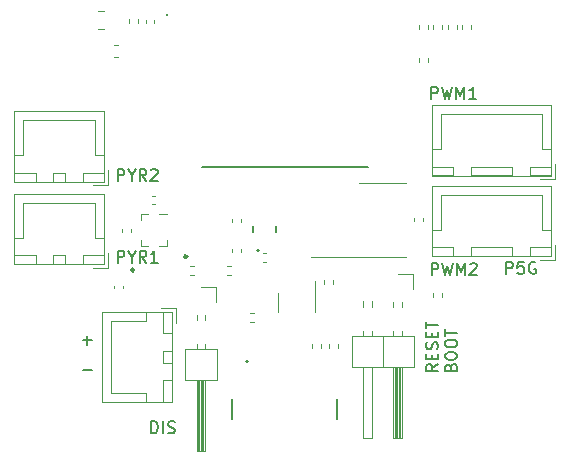
<source format=gbr>
%TF.GenerationSoftware,KiCad,Pcbnew,7.0.6*%
%TF.CreationDate,2023-07-14T02:37:10+02:00*%
%TF.ProjectId,rrr,7272722e-6b69-4636-9164-5f7063625858,rev?*%
%TF.SameCoordinates,Original*%
%TF.FileFunction,Legend,Top*%
%TF.FilePolarity,Positive*%
%FSLAX46Y46*%
G04 Gerber Fmt 4.6, Leading zero omitted, Abs format (unit mm)*
G04 Created by KiCad (PCBNEW 7.0.6) date 2023-07-14 02:37:10*
%MOMM*%
%LPD*%
G01*
G04 APERTURE LIST*
%ADD10C,0.150000*%
%ADD11C,0.153000*%
%ADD12C,0.120000*%
%ADD13C,0.100000*%
%ADD14C,0.250000*%
%ADD15C,0.127000*%
%ADD16C,0.200000*%
G04 APERTURE END LIST*
D10*
X118736779Y-107269819D02*
X118736779Y-106269819D01*
X118736779Y-106269819D02*
X119117731Y-106269819D01*
X119117731Y-106269819D02*
X119212969Y-106317438D01*
X119212969Y-106317438D02*
X119260588Y-106365057D01*
X119260588Y-106365057D02*
X119308207Y-106460295D01*
X119308207Y-106460295D02*
X119308207Y-106603152D01*
X119308207Y-106603152D02*
X119260588Y-106698390D01*
X119260588Y-106698390D02*
X119212969Y-106746009D01*
X119212969Y-106746009D02*
X119117731Y-106793628D01*
X119117731Y-106793628D02*
X118736779Y-106793628D01*
X120212969Y-106269819D02*
X119736779Y-106269819D01*
X119736779Y-106269819D02*
X119689160Y-106746009D01*
X119689160Y-106746009D02*
X119736779Y-106698390D01*
X119736779Y-106698390D02*
X119832017Y-106650771D01*
X119832017Y-106650771D02*
X120070112Y-106650771D01*
X120070112Y-106650771D02*
X120165350Y-106698390D01*
X120165350Y-106698390D02*
X120212969Y-106746009D01*
X120212969Y-106746009D02*
X120260588Y-106841247D01*
X120260588Y-106841247D02*
X120260588Y-107079342D01*
X120260588Y-107079342D02*
X120212969Y-107174580D01*
X120212969Y-107174580D02*
X120165350Y-107222200D01*
X120165350Y-107222200D02*
X120070112Y-107269819D01*
X120070112Y-107269819D02*
X119832017Y-107269819D01*
X119832017Y-107269819D02*
X119736779Y-107222200D01*
X119736779Y-107222200D02*
X119689160Y-107174580D01*
X121212969Y-106317438D02*
X121117731Y-106269819D01*
X121117731Y-106269819D02*
X120974874Y-106269819D01*
X120974874Y-106269819D02*
X120832017Y-106317438D01*
X120832017Y-106317438D02*
X120736779Y-106412676D01*
X120736779Y-106412676D02*
X120689160Y-106507914D01*
X120689160Y-106507914D02*
X120641541Y-106698390D01*
X120641541Y-106698390D02*
X120641541Y-106841247D01*
X120641541Y-106841247D02*
X120689160Y-107031723D01*
X120689160Y-107031723D02*
X120736779Y-107126961D01*
X120736779Y-107126961D02*
X120832017Y-107222200D01*
X120832017Y-107222200D02*
X120974874Y-107269819D01*
X120974874Y-107269819D02*
X121070112Y-107269819D01*
X121070112Y-107269819D02*
X121212969Y-107222200D01*
X121212969Y-107222200D02*
X121260588Y-107174580D01*
X121260588Y-107174580D02*
X121260588Y-106841247D01*
X121260588Y-106841247D02*
X121070112Y-106841247D01*
X112959819Y-114941792D02*
X112483628Y-115275125D01*
X112959819Y-115513220D02*
X111959819Y-115513220D01*
X111959819Y-115513220D02*
X111959819Y-115132268D01*
X111959819Y-115132268D02*
X112007438Y-115037030D01*
X112007438Y-115037030D02*
X112055057Y-114989411D01*
X112055057Y-114989411D02*
X112150295Y-114941792D01*
X112150295Y-114941792D02*
X112293152Y-114941792D01*
X112293152Y-114941792D02*
X112388390Y-114989411D01*
X112388390Y-114989411D02*
X112436009Y-115037030D01*
X112436009Y-115037030D02*
X112483628Y-115132268D01*
X112483628Y-115132268D02*
X112483628Y-115513220D01*
X112436009Y-114513220D02*
X112436009Y-114179887D01*
X112959819Y-114037030D02*
X112959819Y-114513220D01*
X112959819Y-114513220D02*
X111959819Y-114513220D01*
X111959819Y-114513220D02*
X111959819Y-114037030D01*
X112912200Y-113656077D02*
X112959819Y-113513220D01*
X112959819Y-113513220D02*
X112959819Y-113275125D01*
X112959819Y-113275125D02*
X112912200Y-113179887D01*
X112912200Y-113179887D02*
X112864580Y-113132268D01*
X112864580Y-113132268D02*
X112769342Y-113084649D01*
X112769342Y-113084649D02*
X112674104Y-113084649D01*
X112674104Y-113084649D02*
X112578866Y-113132268D01*
X112578866Y-113132268D02*
X112531247Y-113179887D01*
X112531247Y-113179887D02*
X112483628Y-113275125D01*
X112483628Y-113275125D02*
X112436009Y-113465601D01*
X112436009Y-113465601D02*
X112388390Y-113560839D01*
X112388390Y-113560839D02*
X112340771Y-113608458D01*
X112340771Y-113608458D02*
X112245533Y-113656077D01*
X112245533Y-113656077D02*
X112150295Y-113656077D01*
X112150295Y-113656077D02*
X112055057Y-113608458D01*
X112055057Y-113608458D02*
X112007438Y-113560839D01*
X112007438Y-113560839D02*
X111959819Y-113465601D01*
X111959819Y-113465601D02*
X111959819Y-113227506D01*
X111959819Y-113227506D02*
X112007438Y-113084649D01*
X112436009Y-112656077D02*
X112436009Y-112322744D01*
X112959819Y-112179887D02*
X112959819Y-112656077D01*
X112959819Y-112656077D02*
X111959819Y-112656077D01*
X111959819Y-112656077D02*
X111959819Y-112179887D01*
X111959819Y-111894172D02*
X111959819Y-111322744D01*
X112959819Y-111608458D02*
X111959819Y-111608458D01*
X114046009Y-115179887D02*
X114093628Y-115037030D01*
X114093628Y-115037030D02*
X114141247Y-114989411D01*
X114141247Y-114989411D02*
X114236485Y-114941792D01*
X114236485Y-114941792D02*
X114379342Y-114941792D01*
X114379342Y-114941792D02*
X114474580Y-114989411D01*
X114474580Y-114989411D02*
X114522200Y-115037030D01*
X114522200Y-115037030D02*
X114569819Y-115132268D01*
X114569819Y-115132268D02*
X114569819Y-115513220D01*
X114569819Y-115513220D02*
X113569819Y-115513220D01*
X113569819Y-115513220D02*
X113569819Y-115179887D01*
X113569819Y-115179887D02*
X113617438Y-115084649D01*
X113617438Y-115084649D02*
X113665057Y-115037030D01*
X113665057Y-115037030D02*
X113760295Y-114989411D01*
X113760295Y-114989411D02*
X113855533Y-114989411D01*
X113855533Y-114989411D02*
X113950771Y-115037030D01*
X113950771Y-115037030D02*
X113998390Y-115084649D01*
X113998390Y-115084649D02*
X114046009Y-115179887D01*
X114046009Y-115179887D02*
X114046009Y-115513220D01*
X113569819Y-114322744D02*
X113569819Y-114132268D01*
X113569819Y-114132268D02*
X113617438Y-114037030D01*
X113617438Y-114037030D02*
X113712676Y-113941792D01*
X113712676Y-113941792D02*
X113903152Y-113894173D01*
X113903152Y-113894173D02*
X114236485Y-113894173D01*
X114236485Y-113894173D02*
X114426961Y-113941792D01*
X114426961Y-113941792D02*
X114522200Y-114037030D01*
X114522200Y-114037030D02*
X114569819Y-114132268D01*
X114569819Y-114132268D02*
X114569819Y-114322744D01*
X114569819Y-114322744D02*
X114522200Y-114417982D01*
X114522200Y-114417982D02*
X114426961Y-114513220D01*
X114426961Y-114513220D02*
X114236485Y-114560839D01*
X114236485Y-114560839D02*
X113903152Y-114560839D01*
X113903152Y-114560839D02*
X113712676Y-114513220D01*
X113712676Y-114513220D02*
X113617438Y-114417982D01*
X113617438Y-114417982D02*
X113569819Y-114322744D01*
X113569819Y-113275125D02*
X113569819Y-113084649D01*
X113569819Y-113084649D02*
X113617438Y-112989411D01*
X113617438Y-112989411D02*
X113712676Y-112894173D01*
X113712676Y-112894173D02*
X113903152Y-112846554D01*
X113903152Y-112846554D02*
X114236485Y-112846554D01*
X114236485Y-112846554D02*
X114426961Y-112894173D01*
X114426961Y-112894173D02*
X114522200Y-112989411D01*
X114522200Y-112989411D02*
X114569819Y-113084649D01*
X114569819Y-113084649D02*
X114569819Y-113275125D01*
X114569819Y-113275125D02*
X114522200Y-113370363D01*
X114522200Y-113370363D02*
X114426961Y-113465601D01*
X114426961Y-113465601D02*
X114236485Y-113513220D01*
X114236485Y-113513220D02*
X113903152Y-113513220D01*
X113903152Y-113513220D02*
X113712676Y-113465601D01*
X113712676Y-113465601D02*
X113617438Y-113370363D01*
X113617438Y-113370363D02*
X113569819Y-113275125D01*
X113569819Y-112560839D02*
X113569819Y-111989411D01*
X114569819Y-112275125D02*
X113569819Y-112275125D01*
X112436779Y-107369819D02*
X112436779Y-106369819D01*
X112436779Y-106369819D02*
X112817731Y-106369819D01*
X112817731Y-106369819D02*
X112912969Y-106417438D01*
X112912969Y-106417438D02*
X112960588Y-106465057D01*
X112960588Y-106465057D02*
X113008207Y-106560295D01*
X113008207Y-106560295D02*
X113008207Y-106703152D01*
X113008207Y-106703152D02*
X112960588Y-106798390D01*
X112960588Y-106798390D02*
X112912969Y-106846009D01*
X112912969Y-106846009D02*
X112817731Y-106893628D01*
X112817731Y-106893628D02*
X112436779Y-106893628D01*
X113341541Y-106369819D02*
X113579636Y-107369819D01*
X113579636Y-107369819D02*
X113770112Y-106655533D01*
X113770112Y-106655533D02*
X113960588Y-107369819D01*
X113960588Y-107369819D02*
X114198684Y-106369819D01*
X114579636Y-107369819D02*
X114579636Y-106369819D01*
X114579636Y-106369819D02*
X114912969Y-107084104D01*
X114912969Y-107084104D02*
X115246302Y-106369819D01*
X115246302Y-106369819D02*
X115246302Y-107369819D01*
X115674874Y-106465057D02*
X115722493Y-106417438D01*
X115722493Y-106417438D02*
X115817731Y-106369819D01*
X115817731Y-106369819D02*
X116055826Y-106369819D01*
X116055826Y-106369819D02*
X116151064Y-106417438D01*
X116151064Y-106417438D02*
X116198683Y-106465057D01*
X116198683Y-106465057D02*
X116246302Y-106560295D01*
X116246302Y-106560295D02*
X116246302Y-106655533D01*
X116246302Y-106655533D02*
X116198683Y-106798390D01*
X116198683Y-106798390D02*
X115627255Y-107369819D01*
X115627255Y-107369819D02*
X116246302Y-107369819D01*
X85836779Y-99419819D02*
X85836779Y-98419819D01*
X85836779Y-98419819D02*
X86217731Y-98419819D01*
X86217731Y-98419819D02*
X86312969Y-98467438D01*
X86312969Y-98467438D02*
X86360588Y-98515057D01*
X86360588Y-98515057D02*
X86408207Y-98610295D01*
X86408207Y-98610295D02*
X86408207Y-98753152D01*
X86408207Y-98753152D02*
X86360588Y-98848390D01*
X86360588Y-98848390D02*
X86312969Y-98896009D01*
X86312969Y-98896009D02*
X86217731Y-98943628D01*
X86217731Y-98943628D02*
X85836779Y-98943628D01*
X87027255Y-98943628D02*
X87027255Y-99419819D01*
X86693922Y-98419819D02*
X87027255Y-98943628D01*
X87027255Y-98943628D02*
X87360588Y-98419819D01*
X88265350Y-99419819D02*
X87932017Y-98943628D01*
X87693922Y-99419819D02*
X87693922Y-98419819D01*
X87693922Y-98419819D02*
X88074874Y-98419819D01*
X88074874Y-98419819D02*
X88170112Y-98467438D01*
X88170112Y-98467438D02*
X88217731Y-98515057D01*
X88217731Y-98515057D02*
X88265350Y-98610295D01*
X88265350Y-98610295D02*
X88265350Y-98753152D01*
X88265350Y-98753152D02*
X88217731Y-98848390D01*
X88217731Y-98848390D02*
X88170112Y-98896009D01*
X88170112Y-98896009D02*
X88074874Y-98943628D01*
X88074874Y-98943628D02*
X87693922Y-98943628D01*
X88646303Y-98515057D02*
X88693922Y-98467438D01*
X88693922Y-98467438D02*
X88789160Y-98419819D01*
X88789160Y-98419819D02*
X89027255Y-98419819D01*
X89027255Y-98419819D02*
X89122493Y-98467438D01*
X89122493Y-98467438D02*
X89170112Y-98515057D01*
X89170112Y-98515057D02*
X89217731Y-98610295D01*
X89217731Y-98610295D02*
X89217731Y-98705533D01*
X89217731Y-98705533D02*
X89170112Y-98848390D01*
X89170112Y-98848390D02*
X88598684Y-99419819D01*
X88598684Y-99419819D02*
X89217731Y-99419819D01*
X88686779Y-120769819D02*
X88686779Y-119769819D01*
X88686779Y-119769819D02*
X88924874Y-119769819D01*
X88924874Y-119769819D02*
X89067731Y-119817438D01*
X89067731Y-119817438D02*
X89162969Y-119912676D01*
X89162969Y-119912676D02*
X89210588Y-120007914D01*
X89210588Y-120007914D02*
X89258207Y-120198390D01*
X89258207Y-120198390D02*
X89258207Y-120341247D01*
X89258207Y-120341247D02*
X89210588Y-120531723D01*
X89210588Y-120531723D02*
X89162969Y-120626961D01*
X89162969Y-120626961D02*
X89067731Y-120722200D01*
X89067731Y-120722200D02*
X88924874Y-120769819D01*
X88924874Y-120769819D02*
X88686779Y-120769819D01*
X89686779Y-120769819D02*
X89686779Y-119769819D01*
X90115350Y-120722200D02*
X90258207Y-120769819D01*
X90258207Y-120769819D02*
X90496302Y-120769819D01*
X90496302Y-120769819D02*
X90591540Y-120722200D01*
X90591540Y-120722200D02*
X90639159Y-120674580D01*
X90639159Y-120674580D02*
X90686778Y-120579342D01*
X90686778Y-120579342D02*
X90686778Y-120484104D01*
X90686778Y-120484104D02*
X90639159Y-120388866D01*
X90639159Y-120388866D02*
X90591540Y-120341247D01*
X90591540Y-120341247D02*
X90496302Y-120293628D01*
X90496302Y-120293628D02*
X90305826Y-120246009D01*
X90305826Y-120246009D02*
X90210588Y-120198390D01*
X90210588Y-120198390D02*
X90162969Y-120150771D01*
X90162969Y-120150771D02*
X90115350Y-120055533D01*
X90115350Y-120055533D02*
X90115350Y-119960295D01*
X90115350Y-119960295D02*
X90162969Y-119865057D01*
X90162969Y-119865057D02*
X90210588Y-119817438D01*
X90210588Y-119817438D02*
X90305826Y-119769819D01*
X90305826Y-119769819D02*
X90543921Y-119769819D01*
X90543921Y-119769819D02*
X90686778Y-119817438D01*
X112386779Y-92469819D02*
X112386779Y-91469819D01*
X112386779Y-91469819D02*
X112767731Y-91469819D01*
X112767731Y-91469819D02*
X112862969Y-91517438D01*
X112862969Y-91517438D02*
X112910588Y-91565057D01*
X112910588Y-91565057D02*
X112958207Y-91660295D01*
X112958207Y-91660295D02*
X112958207Y-91803152D01*
X112958207Y-91803152D02*
X112910588Y-91898390D01*
X112910588Y-91898390D02*
X112862969Y-91946009D01*
X112862969Y-91946009D02*
X112767731Y-91993628D01*
X112767731Y-91993628D02*
X112386779Y-91993628D01*
X113291541Y-91469819D02*
X113529636Y-92469819D01*
X113529636Y-92469819D02*
X113720112Y-91755533D01*
X113720112Y-91755533D02*
X113910588Y-92469819D01*
X113910588Y-92469819D02*
X114148684Y-91469819D01*
X114529636Y-92469819D02*
X114529636Y-91469819D01*
X114529636Y-91469819D02*
X114862969Y-92184104D01*
X114862969Y-92184104D02*
X115196302Y-91469819D01*
X115196302Y-91469819D02*
X115196302Y-92469819D01*
X116196302Y-92469819D02*
X115624874Y-92469819D01*
X115910588Y-92469819D02*
X115910588Y-91469819D01*
X115910588Y-91469819D02*
X115815350Y-91612676D01*
X115815350Y-91612676D02*
X115720112Y-91707914D01*
X115720112Y-91707914D02*
X115624874Y-91755533D01*
X82886779Y-115438866D02*
X83648684Y-115438866D01*
X85836779Y-106319819D02*
X85836779Y-105319819D01*
X85836779Y-105319819D02*
X86217731Y-105319819D01*
X86217731Y-105319819D02*
X86312969Y-105367438D01*
X86312969Y-105367438D02*
X86360588Y-105415057D01*
X86360588Y-105415057D02*
X86408207Y-105510295D01*
X86408207Y-105510295D02*
X86408207Y-105653152D01*
X86408207Y-105653152D02*
X86360588Y-105748390D01*
X86360588Y-105748390D02*
X86312969Y-105796009D01*
X86312969Y-105796009D02*
X86217731Y-105843628D01*
X86217731Y-105843628D02*
X85836779Y-105843628D01*
X87027255Y-105843628D02*
X87027255Y-106319819D01*
X86693922Y-105319819D02*
X87027255Y-105843628D01*
X87027255Y-105843628D02*
X87360588Y-105319819D01*
X88265350Y-106319819D02*
X87932017Y-105843628D01*
X87693922Y-106319819D02*
X87693922Y-105319819D01*
X87693922Y-105319819D02*
X88074874Y-105319819D01*
X88074874Y-105319819D02*
X88170112Y-105367438D01*
X88170112Y-105367438D02*
X88217731Y-105415057D01*
X88217731Y-105415057D02*
X88265350Y-105510295D01*
X88265350Y-105510295D02*
X88265350Y-105653152D01*
X88265350Y-105653152D02*
X88217731Y-105748390D01*
X88217731Y-105748390D02*
X88170112Y-105796009D01*
X88170112Y-105796009D02*
X88074874Y-105843628D01*
X88074874Y-105843628D02*
X87693922Y-105843628D01*
X89217731Y-106319819D02*
X88646303Y-106319819D01*
X88932017Y-106319819D02*
X88932017Y-105319819D01*
X88932017Y-105319819D02*
X88836779Y-105462676D01*
X88836779Y-105462676D02*
X88741541Y-105557914D01*
X88741541Y-105557914D02*
X88646303Y-105605533D01*
D11*
X82888752Y-112888710D02*
X83650657Y-112888710D01*
X83269704Y-113269663D02*
X83269704Y-112507758D01*
D12*
%TO.C,C1*%
X85540000Y-108515835D02*
X85540000Y-108284165D01*
X86260000Y-108515835D02*
X86260000Y-108284165D01*
%TO.C,R18*%
X97367621Y-111380000D02*
X97032379Y-111380000D01*
X97367621Y-110620000D02*
X97032379Y-110620000D01*
%TO.C,R15*%
X111370000Y-86567621D02*
X111370000Y-86232379D01*
X112130000Y-86567621D02*
X112130000Y-86232379D01*
%TO.C,C13*%
X98184165Y-105540000D02*
X98415835Y-105540000D01*
X98184165Y-106260000D02*
X98415835Y-106260000D01*
%TO.C,C16*%
X86240000Y-103715835D02*
X86240000Y-103484165D01*
X86960000Y-103715835D02*
X86960000Y-103484165D01*
%TO.C,J7*%
X85000000Y-106775000D02*
X85000000Y-105525000D01*
X84710000Y-106485000D02*
X84710000Y-100515000D01*
X84710000Y-100515000D02*
X77090000Y-100515000D01*
X84700000Y-106475000D02*
X84700000Y-105725000D01*
X84700000Y-105725000D02*
X82900000Y-105725000D01*
X84700000Y-104225000D02*
X83950000Y-104225000D01*
X83950000Y-104225000D02*
X83950000Y-101275000D01*
X83950000Y-101275000D02*
X80900000Y-101275000D01*
X83750000Y-106775000D02*
X85000000Y-106775000D01*
X82900000Y-106475000D02*
X84700000Y-106475000D01*
X82900000Y-105725000D02*
X82900000Y-106475000D01*
X81400000Y-106475000D02*
X81400000Y-105725000D01*
X81400000Y-105725000D02*
X80400000Y-105725000D01*
X80400000Y-106475000D02*
X81400000Y-106475000D01*
X80400000Y-105725000D02*
X80400000Y-106475000D01*
X78900000Y-106475000D02*
X78900000Y-105725000D01*
X78900000Y-105725000D02*
X77100000Y-105725000D01*
X77850000Y-104225000D02*
X77850000Y-101275000D01*
X77850000Y-101275000D02*
X80900000Y-101275000D01*
X77100000Y-106475000D02*
X78900000Y-106475000D01*
X77100000Y-105725000D02*
X77100000Y-106475000D01*
X77100000Y-104225000D02*
X77850000Y-104225000D01*
X77090000Y-106485000D02*
X84710000Y-106485000D01*
X77090000Y-100515000D02*
X77090000Y-106485000D01*
%TO.C,R22*%
X103720000Y-113567621D02*
X103720000Y-113232379D01*
X104480000Y-113567621D02*
X104480000Y-113232379D01*
%TO.C,R23*%
X115780000Y-86229879D02*
X115780000Y-86565121D01*
X115020000Y-86229879D02*
X115020000Y-86565121D01*
%TO.C,R19*%
X103320000Y-108170121D02*
X103320000Y-107834879D01*
X104080000Y-108170121D02*
X104080000Y-107834879D01*
%TO.C,C11*%
X88960000Y-85784165D02*
X88960000Y-86015835D01*
X88240000Y-85784165D02*
X88240000Y-86015835D01*
%TO.C,U2*%
X102250000Y-105845000D02*
X110250000Y-105845000D01*
X106250000Y-99625000D02*
X110250000Y-99625000D01*
%TO.C,R13*%
X113330000Y-86232379D02*
X113330000Y-86567621D01*
X112570000Y-86232379D02*
X112570000Y-86567621D01*
%TO.C,C15*%
X88751665Y-100672500D02*
X88983335Y-100672500D01*
X88751665Y-101392500D02*
X88983335Y-101392500D01*
%TO.C,U4*%
X102560000Y-109700000D02*
X102560000Y-107900000D01*
X102560000Y-109700000D02*
X102560000Y-110500000D01*
X99440000Y-109700000D02*
X99440000Y-108900000D01*
X99440000Y-109700000D02*
X99440000Y-110500000D01*
%TO.C,R12*%
X92267621Y-107380000D02*
X91932379Y-107380000D01*
X92267621Y-106620000D02*
X91932379Y-106620000D01*
D13*
%TO.C,U1*%
X89360000Y-102207500D02*
X90000000Y-102207500D01*
X87800000Y-102207500D02*
X88440000Y-102207500D01*
X87800000Y-102207500D02*
X87800000Y-102687500D01*
X90000000Y-104427500D02*
X90000000Y-104907500D01*
X87800000Y-104427500D02*
X87800000Y-104907500D01*
X89360000Y-104907500D02*
X90000000Y-104907500D01*
X87800000Y-104907500D02*
X88440000Y-104907500D01*
D12*
%TO.C,C18*%
X95540000Y-105448335D02*
X95540000Y-105216665D01*
X96260000Y-105448335D02*
X96260000Y-105216665D01*
%TO.C,C10*%
X85846267Y-88910000D02*
X85553733Y-88910000D01*
X85846267Y-87890000D02*
X85553733Y-87890000D01*
D14*
%TO.C,IC2*%
X91725000Y-105807500D02*
G75*
G03*
X91725000Y-105807500I-125000J0D01*
G01*
D12*
%TO.C,J8*%
X85000000Y-99775000D02*
X85000000Y-98525000D01*
X84710000Y-99485000D02*
X84710000Y-93515000D01*
X84710000Y-93515000D02*
X77090000Y-93515000D01*
X84700000Y-99475000D02*
X84700000Y-98725000D01*
X84700000Y-98725000D02*
X82900000Y-98725000D01*
X84700000Y-97225000D02*
X83950000Y-97225000D01*
X83950000Y-97225000D02*
X83950000Y-94275000D01*
X83950000Y-94275000D02*
X80900000Y-94275000D01*
X83750000Y-99775000D02*
X85000000Y-99775000D01*
X82900000Y-99475000D02*
X84700000Y-99475000D01*
X82900000Y-98725000D02*
X82900000Y-99475000D01*
X81400000Y-99475000D02*
X81400000Y-98725000D01*
X81400000Y-98725000D02*
X80400000Y-98725000D01*
X80400000Y-99475000D02*
X81400000Y-99475000D01*
X80400000Y-98725000D02*
X80400000Y-99475000D01*
X78900000Y-99475000D02*
X78900000Y-98725000D01*
X78900000Y-98725000D02*
X77100000Y-98725000D01*
X77850000Y-97225000D02*
X77850000Y-94275000D01*
X77850000Y-94275000D02*
X80900000Y-94275000D01*
X77100000Y-99475000D02*
X78900000Y-99475000D01*
X77100000Y-98725000D02*
X77100000Y-99475000D01*
X77100000Y-97225000D02*
X77850000Y-97225000D01*
X77090000Y-99485000D02*
X84710000Y-99485000D01*
X77090000Y-93515000D02*
X77090000Y-99485000D01*
%TO.C,R26*%
X113820000Y-86567621D02*
X113820000Y-86232379D01*
X114580000Y-86567621D02*
X114580000Y-86232379D01*
D15*
%TO.C,U3*%
X99285000Y-103695000D02*
X99285000Y-103205000D01*
X97285000Y-103695000D02*
X97285000Y-103205000D01*
D16*
X97835000Y-105320000D02*
G75*
G03*
X97835000Y-105320000I-100000J0D01*
G01*
D12*
%TO.C,J5*%
X122850000Y-99250000D02*
X122850000Y-98000000D01*
X122560000Y-98960000D02*
X122560000Y-92990000D01*
X122560000Y-92990000D02*
X112440000Y-92990000D01*
X122550000Y-98950000D02*
X122550000Y-98200000D01*
X122550000Y-98200000D02*
X120750000Y-98200000D01*
X122550000Y-96700000D02*
X121800000Y-96700000D01*
X121800000Y-96700000D02*
X121800000Y-93750000D01*
X121800000Y-93750000D02*
X117500000Y-93750000D01*
X121600000Y-99250000D02*
X122850000Y-99250000D01*
X120750000Y-98950000D02*
X122550000Y-98950000D01*
X120750000Y-98200000D02*
X120750000Y-98950000D01*
X119250000Y-98950000D02*
X119250000Y-98200000D01*
X119250000Y-98200000D02*
X115750000Y-98200000D01*
X115750000Y-98950000D02*
X119250000Y-98950000D01*
X115750000Y-98200000D02*
X115750000Y-98950000D01*
X114250000Y-98950000D02*
X114250000Y-98200000D01*
X114250000Y-98200000D02*
X112450000Y-98200000D01*
X113200000Y-96700000D02*
X113200000Y-93750000D01*
X113200000Y-93750000D02*
X117500000Y-93750000D01*
X112450000Y-98950000D02*
X114250000Y-98950000D01*
X112450000Y-98200000D02*
X112450000Y-98950000D01*
X112450000Y-96700000D02*
X113200000Y-96700000D01*
X112440000Y-98960000D02*
X122560000Y-98960000D01*
X112440000Y-92990000D02*
X112440000Y-98960000D01*
D14*
%TO.C,IC4*%
X87250000Y-106950000D02*
G75*
G03*
X87250000Y-106950000I-125000J0D01*
G01*
D15*
%TO.C,J1*%
X95505000Y-117850000D02*
X95505000Y-119530000D01*
X104445000Y-117850000D02*
X104445000Y-119530000D01*
D16*
X96875000Y-114700000D02*
G75*
G03*
X96875000Y-114700000I-100000J0D01*
G01*
D12*
%TO.C,J3*%
X94170000Y-108390000D02*
X94170000Y-109660000D01*
X92900000Y-108390000D02*
X94170000Y-108390000D01*
X93280000Y-110770000D02*
X93280000Y-111157071D01*
X92520000Y-110770000D02*
X92520000Y-111157071D01*
X93280000Y-113242929D02*
X93280000Y-113640000D01*
X92520000Y-113242929D02*
X92520000Y-113640000D01*
X94230000Y-113640000D02*
X91570000Y-113640000D01*
X91570000Y-113640000D02*
X91570000Y-116300000D01*
X94230000Y-116300000D02*
X94230000Y-113640000D01*
X93280000Y-116300000D02*
X93280000Y-122300000D01*
X93220000Y-116300000D02*
X93220000Y-122300000D01*
X93100000Y-116300000D02*
X93100000Y-122300000D01*
X92980000Y-116300000D02*
X92980000Y-122300000D01*
X92860000Y-116300000D02*
X92860000Y-122300000D01*
X92740000Y-116300000D02*
X92740000Y-122300000D01*
X92620000Y-116300000D02*
X92620000Y-122300000D01*
X91570000Y-116300000D02*
X94230000Y-116300000D01*
X93280000Y-122300000D02*
X92520000Y-122300000D01*
X92520000Y-122300000D02*
X92520000Y-116300000D01*
%TO.C,C12*%
X84661252Y-86535000D02*
X84138748Y-86535000D01*
X84661252Y-85065000D02*
X84138748Y-85065000D01*
%TO.C,R11*%
X95467621Y-107380000D02*
X95132379Y-107380000D01*
X95467621Y-106620000D02*
X95132379Y-106620000D01*
%TO.C,R20*%
X102320000Y-113567621D02*
X102320000Y-113232379D01*
X103080000Y-113567621D02*
X103080000Y-113232379D01*
%TO.C,C17*%
X96260000Y-102616665D02*
X96260000Y-102848335D01*
X95540000Y-102616665D02*
X95540000Y-102848335D01*
%TO.C,R16*%
X111370000Y-89367621D02*
X111370000Y-89032379D01*
X112130000Y-89367621D02*
X112130000Y-89032379D01*
%TO.C,J2*%
X90775000Y-110200000D02*
X89525000Y-110200000D01*
X90485000Y-110490000D02*
X84515000Y-110490000D01*
X84515000Y-110490000D02*
X84515000Y-118110000D01*
X90475000Y-110500000D02*
X89725000Y-110500000D01*
X89725000Y-110500000D02*
X89725000Y-112300000D01*
X88225000Y-110500000D02*
X88225000Y-111250000D01*
X88225000Y-111250000D02*
X85275000Y-111250000D01*
X85275000Y-111250000D02*
X85275000Y-114300000D01*
X90775000Y-111450000D02*
X90775000Y-110200000D01*
X90475000Y-112300000D02*
X90475000Y-110500000D01*
X89725000Y-112300000D02*
X90475000Y-112300000D01*
X90475000Y-113800000D02*
X89725000Y-113800000D01*
X89725000Y-113800000D02*
X89725000Y-114800000D01*
X90475000Y-114800000D02*
X90475000Y-113800000D01*
X89725000Y-114800000D02*
X90475000Y-114800000D01*
X90475000Y-116300000D02*
X89725000Y-116300000D01*
X89725000Y-116300000D02*
X89725000Y-118100000D01*
X88225000Y-117350000D02*
X85275000Y-117350000D01*
X85275000Y-117350000D02*
X85275000Y-114300000D01*
X90475000Y-118100000D02*
X90475000Y-116300000D01*
X89725000Y-118100000D02*
X90475000Y-118100000D01*
X88225000Y-118100000D02*
X88225000Y-117350000D01*
X90485000Y-118110000D02*
X90485000Y-110490000D01*
X84515000Y-118110000D02*
X90485000Y-118110000D01*
%TO.C,C14*%
X111660000Y-102584165D02*
X111660000Y-102815835D01*
X110940000Y-102584165D02*
X110940000Y-102815835D01*
%TO.C,J6*%
X122850000Y-106075000D02*
X122850000Y-104825000D01*
X122560000Y-105785000D02*
X122560000Y-99815000D01*
X122560000Y-99815000D02*
X112440000Y-99815000D01*
X122550000Y-105775000D02*
X122550000Y-105025000D01*
X122550000Y-105025000D02*
X120750000Y-105025000D01*
X122550000Y-103525000D02*
X121800000Y-103525000D01*
X121800000Y-103525000D02*
X121800000Y-100575000D01*
X121800000Y-100575000D02*
X117500000Y-100575000D01*
X121600000Y-106075000D02*
X122850000Y-106075000D01*
X120750000Y-105775000D02*
X122550000Y-105775000D01*
X120750000Y-105025000D02*
X120750000Y-105775000D01*
X119250000Y-105775000D02*
X119250000Y-105025000D01*
X119250000Y-105025000D02*
X115750000Y-105025000D01*
X115750000Y-105775000D02*
X119250000Y-105775000D01*
X115750000Y-105025000D02*
X115750000Y-105775000D01*
X114250000Y-105775000D02*
X114250000Y-105025000D01*
X114250000Y-105025000D02*
X112450000Y-105025000D01*
X113200000Y-103525000D02*
X113200000Y-100575000D01*
X113200000Y-100575000D02*
X117500000Y-100575000D01*
X112450000Y-105775000D02*
X114250000Y-105775000D01*
X112450000Y-105025000D02*
X112450000Y-105775000D01*
X112450000Y-103525000D02*
X113200000Y-103525000D01*
X112440000Y-105785000D02*
X122560000Y-105785000D01*
X112440000Y-99815000D02*
X112440000Y-105785000D01*
D13*
%TO.C,IC1*%
X90000000Y-85300000D02*
X90000000Y-85300000D01*
X90000000Y-85400000D02*
X90000000Y-85400000D01*
D16*
X93000000Y-98200000D02*
X107000000Y-98200000D01*
D13*
X90000000Y-85400000D02*
G75*
G03*
X90000000Y-85300000I0J50000D01*
G01*
X90000000Y-85300000D02*
G75*
G03*
X90000000Y-85400000I0J-50000D01*
G01*
D12*
%TO.C,R17*%
X112520000Y-109267621D02*
X112520000Y-108932379D01*
X113280000Y-109267621D02*
X113280000Y-108932379D01*
%TO.C,J4*%
X110845000Y-107290000D02*
X110845000Y-108560000D01*
X109575000Y-107290000D02*
X110845000Y-107290000D01*
X107415000Y-109602929D02*
X107415000Y-110057071D01*
X106655000Y-109602929D02*
X106655000Y-110057071D01*
X109955000Y-109670000D02*
X109955000Y-110057071D01*
X109195000Y-109670000D02*
X109195000Y-110057071D01*
X109955000Y-112142929D02*
X109955000Y-112540000D01*
X109195000Y-112142929D02*
X109195000Y-112540000D01*
X107415000Y-112142929D02*
X107415000Y-112540000D01*
X106655000Y-112142929D02*
X106655000Y-112540000D01*
X110905000Y-112540000D02*
X105705000Y-112540000D01*
X108305000Y-112540000D02*
X108305000Y-115200000D01*
X105705000Y-112540000D02*
X105705000Y-115200000D01*
X110905000Y-115200000D02*
X110905000Y-112540000D01*
X109955000Y-115200000D02*
X109955000Y-121200000D01*
X109895000Y-115200000D02*
X109895000Y-121200000D01*
X109775000Y-115200000D02*
X109775000Y-121200000D01*
X109655000Y-115200000D02*
X109655000Y-121200000D01*
X109535000Y-115200000D02*
X109535000Y-121200000D01*
X109415000Y-115200000D02*
X109415000Y-121200000D01*
X109295000Y-115200000D02*
X109295000Y-121200000D01*
X107415000Y-115200000D02*
X107415000Y-121200000D01*
X105705000Y-115200000D02*
X110905000Y-115200000D01*
X109955000Y-121200000D02*
X109195000Y-121200000D01*
X109195000Y-121200000D02*
X109195000Y-115200000D01*
X107415000Y-121200000D02*
X106655000Y-121200000D01*
X106655000Y-121200000D02*
X106655000Y-115200000D01*
%TO.C,R27*%
X87580000Y-85732379D02*
X87580000Y-86067621D01*
X86820000Y-85732379D02*
X86820000Y-86067621D01*
%TD*%
M02*

</source>
